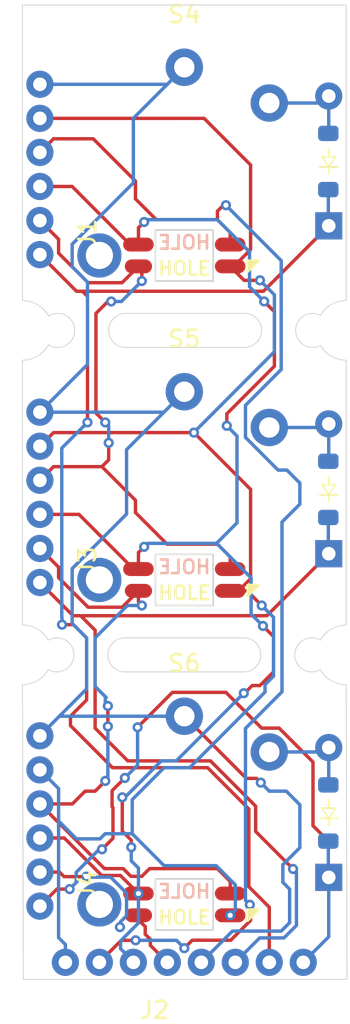
<source format=kicad_pcb>
(kicad_pcb (version 20241229) (generator "pcbnew") (generator_version "9.0")
  (layers (0 "F.Cu" signal) (2 "B.Cu" signal) (13 "F.Paste" user) (15 "B.Paste" user) (5 "F.SilkS" user "F.Silkscreen") (7 "B.SilkS" user "B.Silkscreen") (1 "F.Mask" user) (3 "B.Mask" user) (25 "Edge.Cuts" user))
  (net 0 "")
  (net 1 "Net-(D7-K)")
  (net 2 "Net-(D7-A)")
  (net 3 "Net-(D8-K)")
  (net 4 "Net-(D8-A)")
  (net 5 "Net-(D9-A)")
  (net 6 "Net-(D9-K)")
  (net 7 "Net-(D10-VSS)")
  (net 8 "Net-(D10-VDD)")
  (net 9 "Net-(D10-DOUT)")
  (net 10 "Net-(D10-DIN)")
  (net 11 "Net-(D11-DOUT)")
  (net 12 "Net-(D12-DOUT)")
  (net 13 "Net-(J1-Pad1)")
  (footprint "Library:6pin" (layer "F.Cu") (at 62.75 102.5 -90)
    (property "Reference" "J4")
    (property "Value" "JST_06" (hide yes))
  )
  (footprint "Library:DualDiode" (layer "F.Cu") (at 79.75 91.81 90)
    (property "Reference" "D8" (hide yes))
    (property "Value" "Diode" (hide yes))
  )
  (footprint "Library:SK6812Mini-E" (layer "F.Cu") (at 71.25 93.35)
    (property "Reference" "D11" (hide yes))
    (property "Value" "LED_SK6812MINI" (hide yes))
    (fp_line (start -1.7 -1.5) (end -1.7 1.5) (stroke (width 0.1)) (layer "Edge.Cuts"))
    (fp_line (start -1.7 -1.5) (end 1.7 -1.5) (stroke (width 0.1)) (layer "Edge.Cuts"))
    (fp_line (start -1.7 1.5) (end 1.7 1.5) (stroke (width 0.1)) (layer "Edge.Cuts"))
    (fp_line (start 1.7 1.5) (end 1.7 -1.5) (stroke (width 0.1)) (layer "Edge.Cuts"))
  )
  (footprint "Library:SK6812Mini-E" (layer "F.Cu") (at 71.25 112.4)
    (property "Reference" "D12" (hide yes))
    (property "Value" "LED_SK6812MINI" (hide yes))
    (fp_line (start -1.7 -1.5) (end -1.7 1.5) (stroke (width 0.1)) (layer "Edge.Cuts"))
    (fp_line (start -1.7 -1.5) (end 1.7 -1.5) (stroke (width 0.1)) (layer "Edge.Cuts"))
    (fp_line (start -1.7 1.5) (end 1.7 1.5) (stroke (width 0.1)) (layer "Edge.Cuts"))
    (fp_line (start 1.7 1.5) (end 1.7 -1.5) (stroke (width 0.1)) (layer "Edge.Cuts"))
  )
  (footprint "Library:6pin" (layer "F.Cu") (at 62.75 83.5 -90)
    (property "Reference" "J3")
    (property "Value" "JST_06" (hide yes))
  )
  (footprint "Library:Choc_V1V2_1.00u" (layer "F.Cu") (at 71.25 69.15)
    (property "Reference" "S4")
    (property "Value" "Keyswitch")
  )
  (footprint "Library:JST_EH_B8B-EH-A_1x08_P2.50mm_Vertical" (layer "F.Cu") (at 78.25 115.8 180)
    (property "Reference" "J2")
    (property "Value" "JST_08" (hide yes))
  )
  (footprint "Library:Choc_V1V2_1.00u" (layer "F.Cu") (at 71.25 88.2)
    (property "Reference" "S5")
    (property "Value" "Keyswitch")
  )
  (footprint "Library:6pin" (layer "F.Cu") (at 62.75 64.25 -90)
    (property "Reference" "J1")
    (property "Value" "JST_06" (hide yes))
  )
  (footprint "Library:DualDiode" (layer "F.Cu") (at 79.75 72.56 90)
    (property "Reference" "D7" (hide yes))
    (property "Value" "Diode" (hide yes))
  )
  (footprint "Library:Choc_V1V2_1.00u" (layer "F.Cu") (at 71.25 107.25)
    (property "Reference" "S6")
    (property "Value" "Keyswitch")
  )
  (footprint "Library:SK6812Mini-E" (layer "F.Cu") (at 71.25 74.3)
    (property "Reference" "D10" (hide yes))
    (property "Value" "LED_SK6812MINI" (hide yes))
    (fp_line (start -1.7 -1.5) (end -1.7 1.5) (stroke (width 0.1)) (layer "Edge.Cuts"))
    (fp_line (start -1.7 -1.5) (end 1.7 -1.5) (stroke (width 0.1)) (layer "Edge.Cuts"))
    (fp_line (start -1.7 1.5) (end 1.7 1.5) (stroke (width 0.1)) (layer "Edge.Cuts"))
    (fp_line (start 1.7 1.5) (end 1.7 -1.5) (stroke (width 0.1)) (layer "Edge.Cuts"))
  )
  (footprint "Library:DualDiode" (layer "F.Cu") (at 79.75 110.81 90)
    (property "Reference" "D9" (hide yes))
    (property "Value" "Diode" (hide yes))
  )
  (gr_poly (pts (xy 80.775 76.947787) (xy 80.745435 76.947288) (xy 80.627344 76.953277) (xy 80.509926 76.967225) (xy 80.393717 76.989067) (xy 80.279249 77.018705) (xy 80.167042 77.056003) (xy 80.05761 77.100791) (xy 79.95145 77.152865) (xy 79.849049 77.211987) (xy 79.750872 77.277887) (xy 79.657368 77.350264) (xy 79.568964 77.428789) (xy 79.486062 77.513102) (xy 79.409042 77.60282) (xy 79.338254 77.697533) (xy 79.274022 77.796809) (xy 79.264085 77.814711) (xy 79.234102 77.798577) (xy 79.151552 77.763293) (xy 79.066171 77.735551) (xy 78.978647 77.715575) (xy 78.889684 77.703524) (xy 78.8 77.699496) (xy 78.710316 77.703524) (xy 78.621353 77.715575) (xy 78.533829 77.735551) (xy 78.448448 77.763293) (xy 78.365898 77.798577) (xy 78.286842 77.841119) (xy 78.211919 77.890575) (xy 78.14173 77.946549) (xy 78.076841 78.008589) (xy 78.017774 78.076196) (xy 77.965006 78.148825) (xy 77.918961 78.225893) (xy 77.880009 78.306777) (xy 77.848464 78.390827) (xy 77.824581 78.477367) (xy 77.808551 78.565699) (xy 77.800503 78.655113) (xy 77.800503 78.744887) (xy 77.808551 78.834301) (xy 77.824581 78.922633) (xy 77.848464 79.009173) (xy 77.880009 79.093223) (xy 77.918961 79.174107) (xy 77.965006 79.251175) (xy 78.017774 79.323804) (xy 78.076841 79.391411) (xy 78.14173 79.453451) (xy 78.211919 79.509425) (xy 78.286842 79.558881) (xy 78.365898 79.601423) (xy 78.448448 79.636707) (xy 78.533829 79.664449) (xy 78.621353 79.684425) (xy 78.710316 79.696476) (xy 78.8 79.700504) (xy 78.889684 79.696476) (xy 78.978647 79.684425) (xy 79.066171 79.664449) (xy 79.151552 79.636707) (xy 79.234102 79.601423) (xy 79.266189 79.584155) (xy 79.274022 79.598267) (xy 79.338254 79.697543) (xy 79.409042 79.792256) (xy 79.486062 79.881974) (xy 79.568964 79.966287) (xy 79.657368 80.044812) (xy 79.750872 80.117189) (xy 79.849049 80.183089) (xy 79.95145 80.242211) (xy 80.05761 80.294285) (xy 80.167042 80.339073) (xy 80.279249 80.376371) (xy 80.393717 80.406009) (xy 80.509926 80.427851) (xy 80.627344 80.441799) (xy 80.745435 80.447788) (xy 80.775 80.447288) (xy 80.775 95.997787) (xy 80.745435 95.997288) (xy 80.627344 96.003277) (xy 80.509926 96.017225) (xy 80.393717 96.039067) (xy 80.279249 96.068705) (xy 80.167042 96.106003) (xy 80.05761 96.150791) (xy 79.95145 96.202865) (xy 79.849049 96.261987) (xy 79.750872 96.327887) (xy 79.657368 96.400264) (xy 79.568964 96.478789) (xy 79.486062 96.563102) (xy 79.409042 96.65282) (xy 79.338254 96.747533) (xy 79.274022 96.846809) (xy 79.252585 96.885429) (xy 79.184102 96.848577) (xy 79.101552 96.813293) (xy 79.016171 96.785551) (xy 78.928647 96.765575) (xy 78.839684 96.753524) (xy 78.75 96.749496) (xy 78.660316 96.753524) (xy 78.571353 96.765575) (xy 78.483829 96.785551) (xy 78.398448 96.813293) (xy 78.315898 96.848577) (xy 78.236842 96.891119) (xy 78.161919 96.940575) (xy 78.09173 96.996549) (xy 78.026841 97.058589) (xy 77.967774 97.126196) (xy 77.915006 97.198825) (xy 77.868961 97.275893) (xy 77.830009 97.356777) (xy 77.798464 97.440827) (xy 77.774581 97.527367) (xy 77.758551 97.615699) (xy 77.750503 97.705113) (xy 77.750503 97.794887) (xy 77.758551 97.884301) (xy 77.774581 97.972633) (xy 77.798464 98.059173) (xy 77.830009 98.143223) (xy 77.868961 98.224107) (xy 77.915006 98.301175) (xy 77.967774 98.373804) (xy 78.026841 98.441411) (xy 78.09173 98.503451) (xy 78.161919 98.559425) (xy 78.236842 98.608881) (xy 78.315898 98.651423) (xy 78.398448 98.686707) (xy 78.483829 98.714449) (xy 78.571353 98.734425) (xy 78.660316 98.746476) (xy 78.75 98.750504) (xy 78.839684 98.746476) (xy 78.928647 98.734425) (xy 79.016171 98.714449) (xy 79.101552 98.686707) (xy 79.184102 98.651423) (xy 79.25469 98.613437) (xy 79.274022 98.648267) (xy 79.338254 98.747543) (xy 79.409042 98.842256) (xy 79.486062 98.931974) (xy 79.568964 99.016287) (xy 79.657368 99.094812) (xy 79.750872 99.167189) (xy 79.849049 99.233089) (xy 79.95145 99.292211) (xy 80.05761 99.344285) (xy 80.167042 99.389073) (xy 80.279249 99.426371) (xy 80.393717 99.456009) (xy 80.509926 99.477851) (xy 80.627344 99.491799) (xy 80.745435 99.497788) (xy 80.775 99.497288) (xy 80.825 116.797538) (xy 61.775 116.797538) (xy 61.725 99.497288) (xy 61.813661 99.495791) (xy 61.931483 99.485817) (xy 62.048363 99.467911) (xy 62.163767 99.442157) (xy 62.277169 99.408669) (xy 62.388052 99.367603) (xy 62.49591 99.319144) (xy 62.60025 99.263515) (xy 62.700596 99.200969) (xy 62.796491 99.131791) (xy 62.887497 99.056296) (xy 62.973199 98.974831) (xy 63.053206 98.887765) (xy 63.127152 98.795497) (xy 63.194701 98.698447) (xy 63.245616 98.613601) (xy 63.315899 98.651422) (xy 63.39845 98.686706) (xy 63.483831 98.714448) (xy 63.571354 98.734425) (xy 63.660317 98.746475) (xy 63.750001 98.750503) (xy 63.839685 98.746475) (xy 63.928648 98.734425) (xy 64.016171 98.714448) (xy 64.101552 98.686706) (xy 64.184103 98.651422) (xy 64.263158 98.608881) (xy 64.338081 98.559424) (xy 64.40827 98.503451) (xy 64.473159 98.441411) (xy 64.532225 98.373804) (xy 64.584993 98.301175) (xy 64.631039 98.224108) (xy 64.66999 98.143223) (xy 64.701535 98.059173) (xy 64.725418 97.972634) (xy 64.741448 97.884302) (xy 64.749496 97.794888) (xy 64.749999 97.750001) (xy 64.749496 97.705114) (xy 64.741448 97.6157) (xy 64.725418 97.527368) (xy 64.701535 97.440829) (xy 64.66999 97.356779) (xy 64.631039 97.275894) (xy 64.584993 97.198827) (xy 64.532225 97.126198) (xy 64.473159 97.058591) (xy 64.40827 96.996551) (xy 64.338081 96.940578) (xy 64.263158 96.891121) (xy 64.184103 96.84858) (xy 64.101552 96.813296) (xy 64.016171 96.785554) (xy 63.928648 96.765577) (xy 63.839685 96.753527) (xy 63.750001 96.749499) (xy 63.660317 96.753527) (xy 63.571354 96.765577) (xy 63.483831 96.785554) (xy 63.39845 96.813296) (xy 63.315899 96.84858) (xy 63.24785 96.885198) (xy 63.194701 96.796629) (xy 63.127152 96.699579) (xy 63.053206 96.607311) (xy 62.973199 96.520245) (xy 62.887497 96.43878) (xy 62.796491 96.363285) (xy 62.700596 96.294107) (xy 62.60025 96.231561) (xy 62.49591 96.175932) (xy 62.388052 96.127473) (xy 62.277169 96.086407) (xy 62.163767 96.052919) (xy 62.048363 96.027165) (xy 61.931483 96.009259) (xy 61.813661 95.999285) (xy 61.725 95.997787) (xy 61.725 80.447288) (xy 61.813661 80.445791) (xy 61.931483 80.435817) (xy 62.048363 80.417911) (xy 62.163767 80.392157) (xy 62.277169 80.358669) (xy 62.388052 80.317603) (xy 62.49591 80.269144) (xy 62.60025 80.213515) (xy 62.700596 80.150969) (xy 62.796491 80.081791) (xy 62.887497 80.006296) (xy 62.973199 79.924831) (xy 63.053206 79.837765) (xy 63.127152 79.745497) (xy 63.194701 79.648447) (xy 63.255543 79.547059) (xy 63.258924 79.54045) (xy 63.286844 79.558881) (xy 63.365899 79.601422) (xy 63.44845 79.636706) (xy 63.533831 79.664448) (xy 63.621354 79.684425) (xy 63.710317 79.696475) (xy 63.800001 79.700503) (xy 63.889685 79.696475) (xy 63.978648 79.684425) (xy 64.066171 79.664448) (xy 64.151552 79.636706) (xy 64.234103 79.601422) (xy 64.313158 79.558881) (xy 64.388081 79.509424) (xy 64.45827 79.453451) (xy 64.523159 79.391411) (xy 64.582225 79.323804) (xy 64.634993 79.251175) (xy 64.681039 79.174108) (xy 64.71999 79.093223) (xy 64.751535 79.009173) (xy 64.775418 78.922634) (xy 64.791448 78.834302) (xy 64.799496 78.744888) (xy 64.799999 78.700001) (xy 64.799496 78.655114) (xy 64.791448 78.5657) (xy 64.775418 78.477368) (xy 64.751535 78.390829) (xy 64.71999 78.306779) (xy 64.681039 78.225894) (xy 64.634993 78.148827) (xy 64.582225 78.076198) (xy 64.523159 78.008591) (xy 64.45827 77.946551) (xy 64.388081 77.890578) (xy 64.313158 77.841121) (xy 64.234103 77.79858) (xy 64.151552 77.763296) (xy 64.066171 77.735554) (xy 63.978648 77.715577) (xy 63.889685 77.703527) (xy 63.800001 77.699499) (xy 63.710317 77.703527) (xy 63.621354 77.715577) (xy 63.533831 77.735554) (xy 63.44845 77.763296) (xy 63.365899 77.79858) (xy 63.286844 77.841121) (xy 63.260808 77.858307) (xy 63.255543 77.848017) (xy 63.194701 77.746629) (xy 63.127152 77.649579) (xy 63.053206 77.557311) (xy 62.973199 77.470245) (xy 62.887497 77.38878) (xy 62.796491 77.313285) (xy 62.700596 77.244107) (xy 62.60025 77.181561) (xy 62.49591 77.125932) (xy 62.388052 77.077473) (xy 62.277169 77.036407) (xy 62.163767 77.002919) (xy 62.048363 76.977165) (xy 61.931483 76.959259) (xy 61.813661 76.949285) (xy 61.725 76.947787) (xy 61.725 59.597538) (xy 80.775 59.597538)) (stroke (width 0.05)) (fill no) (layer "Edge.Cuts"))
  (gr_poly (pts (xy 67.761266 96.750002) (xy 74.738779 96.750002) (xy 74.750001 96.749498) (xy 74.839685 96.753526) (xy 74.928648 96.765576) (xy 75.016172 96.785553) (xy 75.101553 96.813295) (xy 75.184103 96.848579) (xy 75.263158 96.89112) (xy 75.338082 96.940577) (xy 75.408271 96.996551) (xy 75.473159 97.058591) (xy 75.532226 97.126198) (xy 75.584994 97.198827) (xy 75.631039 97.275894) (xy 75.669991 97.356778) (xy 75.701536 97.440829) (xy 75.725419 97.527368) (xy 75.741449 97.6157) (xy 75.749497 97.705114) (xy 75.75 97.750001) (xy 75.749497 97.794888) (xy 75.741449 97.884302) (xy 75.725419 97.972634) (xy 75.701536 98.059173) (xy 75.669991 98.143224) (xy 75.631039 98.224108) (xy 75.584994 98.301175) (xy 75.532226 98.373804) (xy 75.473159 98.441411) (xy 75.408271 98.503451) (xy 75.338082 98.559425) (xy 75.263158 98.608882) (xy 75.184103 98.651423) (xy 75.101553 98.686707) (xy 75.016172 98.714449) (xy 74.928648 98.734426) (xy 74.839685 98.746476) (xy 74.750001 98.750504) (xy 74.738779 98.75) (xy 67.761222 98.75) (xy 67.75 98.750504) (xy 67.660316 98.746476) (xy 67.571353 98.734425) (xy 67.483829 98.714449) (xy 67.398448 98.686707) (xy 67.315898 98.651423) (xy 67.236842 98.608881) (xy 67.161919 98.559425) (xy 67.09173 98.503451) (xy 67.026841 98.441411) (xy 66.967774 98.373804) (xy 66.915006 98.301175) (xy 66.868961 98.224107) (xy 66.830009 98.143223) (xy 66.798464 98.059173) (xy 66.774581 97.972633) (xy 66.758551 97.884301) (xy 66.750503 97.794887) (xy 66.750503 97.705113) (xy 66.758551 97.615699) (xy 66.774581 97.527367) (xy 66.798464 97.440827) (xy 66.830009 97.356777) (xy 66.868961 97.275893) (xy 66.915006 97.198825) (xy 66.967774 97.126196) (xy 67.026841 97.058589) (xy 67.09173 96.996549) (xy 67.161919 96.940575) (xy 67.236842 96.891119) (xy 67.315898 96.848577) (xy 67.398448 96.813293) (xy 67.483829 96.785551) (xy 67.571353 96.765575) (xy 67.660316 96.753524) (xy 67.75 96.749496)) (stroke (width 0.05)) (fill no) (layer "Edge.Cuts"))
  (gr_poly (pts (xy 67.811222 77.7) (xy 74.788824 77.7) (xy 74.800001 77.699498) (xy 74.889685 77.703526) (xy 74.978648 77.715576) (xy 75.066172 77.735553) (xy 75.151553 77.763295) (xy 75.234103 77.798579) (xy 75.313158 77.84112) (xy 75.388082 77.890577) (xy 75.458271 77.946551) (xy 75.523159 78.008591) (xy 75.582226 78.076198) (xy 75.634994 78.148827) (xy 75.681039 78.225894) (xy 75.719991 78.306778) (xy 75.751536 78.390829) (xy 75.775419 78.477368) (xy 75.791449 78.5657) (xy 75.799497 78.655114) (xy 75.8 78.700001) (xy 75.799497 78.744888) (xy 75.791449 78.834302) (xy 75.775419 78.922634) (xy 75.751536 79.009173) (xy 75.719991 79.093224) (xy 75.681039 79.174108) (xy 75.634994 79.251175) (xy 75.582226 79.323804) (xy 75.523159 79.391411) (xy 75.458271 79.453451) (xy 75.388082 79.509425) (xy 75.313158 79.558882) (xy 75.234103 79.601423) (xy 75.151553 79.636707) (xy 75.066172 79.664449) (xy 74.978648 79.684426) (xy 74.889685 79.696476) (xy 74.800001 79.700504) (xy 74.788779 79.7) (xy 67.811222 79.7) (xy 67.8 79.700504) (xy 67.710316 79.696476) (xy 67.621353 79.684425) (xy 67.533829 79.664449) (xy 67.448448 79.636707) (xy 67.365898 79.601423) (xy 67.286842 79.558881) (xy 67.211919 79.509425) (xy 67.14173 79.453451) (xy 67.076841 79.391411) (xy 67.017774 79.323804) (xy 66.965006 79.251175) (xy 66.918961 79.174107) (xy 66.880009 79.093223) (xy 66.848464 79.009173) (xy 66.824581 78.922633) (xy 66.808551 78.834301) (xy 66.800503 78.744887) (xy 66.800503 78.655113) (xy 66.808551 78.565699) (xy 66.824581 78.477367) (xy 66.848464 78.390827) (xy 66.880009 78.306777) (xy 66.918961 78.225893) (xy 66.965006 78.148825) (xy 67.017774 78.076196) (xy 67.076841 78.008589) (xy 67.14173 77.946549) (xy 67.211919 77.890575) (xy 67.286842 77.841119) (xy 67.365898 77.798577) (xy 67.448448 77.763293) (xy 67.533829 77.735551) (xy 67.621353 77.715575) (xy 67.710316 77.703524) (xy 67.8 77.699496)) (stroke (width 0.05)) (fill no) (layer "Edge.Cuts"))
  (segment (start 65.551 76.702) (end 65.551 81.599) (width 0.2) (layer "F.Cu") (net 1))
  (segment (start 76.25 112.564494) (end 76.25 115.8) (width 0.2) (layer "F.Cu") (net 1))
  (segment (start 75.909 76.401) (end 79.75 72.56) (width 0.2) (layer "F.Cu") (net 1))
  (segment (start 65.551 81.599) (end 65.551 84.099) (width 0.2) (layer "F.Cu") (net 1))
  (segment (start 65.25 76.401) (end 65.551 76.702) (width 0.2) (layer "F.Cu") (net 1))
  (segment (start 65.501 100.399) (end 64.55 101.35) (width 0.2) (layer "F.Cu") (net 1))
  (segment (start 75.048 111.362494) (end 76.25 112.564494) (width 0.2) (layer "F.Cu") (net 1))
  (segment (start 64.725381 95.975439) (end 65.501 96.751058) (width 0.2) (layer "F.Cu") (net 1))
  (segment (start 64.053881 95.975439) (end 64.725381 95.975439) (width 0.2) (layer "F.Cu") (net 1))
  (segment (start 65.25 76.401) (end 75.909 76.401) (width 0.2) (layer "F.Cu") (net 1))
  (segment (start 67.024 104.374) (end 72.624 104.374) (width 0.2) (layer "F.Cu") (net 1))
  (segment (start 64.901 76.401) (end 65.25 76.401) (width 0.2) (layer "F.Cu") (net 1))
  (segment (start 65.501 96.751058) (end 65.501 100.399) (width 0.2) (layer "F.Cu") (net 1))
  (segment (start 65.551 84.099) (end 65.55 84.1) (width 0.2) (layer "F.Cu") (net 1))
  (segment (start 75.048 106.798) (end 75.048 111.362494) (width 0.2) (layer "F.Cu") (net 1))
  (segment (start 64.55 101.9) (end 67.024 104.374) (width 0.2) (layer "F.Cu") (net 1))
  (segment (start 62.75 74.25) (end 64.901 76.401) (width 0.2) (layer "F.Cu") (net 1))
  (segment (start 72.624 104.374) (end 75.048 106.798) (width 0.2) (layer "F.Cu") (net 1))
  (segment (start 64.55 101.35) (end 64.55 101.9) (width 0.2) (layer "F.Cu") (net 1))
  (via (at 64.053881 95.975439) (size 0.6) (drill 0.3) (layers "F.Cu" "B.Cu") (net 1))
  (via (at 65.55 84.1) (size 0.6) (drill 0.3) (layers "F.Cu" "B.Cu") (net 1))
  (segment (start 64.038394 95.561606) (end 64.053881 95.577093) (width 0.2) (layer "B.Cu") (net 1))
  (segment (start 64.053881 95.577093) (end 64.053881 95.975439) (width 0.2) (layer "B.Cu") (net 1))
  (segment (start 64.038394 85.611606) (end 64.038394 95.561606) (width 0.2) (layer "B.Cu") (net 1))
  (segment (start 65.55 84.1) (end 64.038394 85.611606) (width 0.2) (layer "B.Cu") (net 1))
  (segment (start 79.723836 72.533836) (end 79.75 72.56) (width 0.2) (layer "B.Cu") (net 1))
  (segment (start 79.723836 70.432536) (end 79.723836 72.533836) (width 0.2) (layer "B.Cu") (net 1))
  (segment (start 79.75 67.106372) (end 79.723836 67.132536) (width 0.2) (layer "B.Cu") (net 2))
  (segment (start 79.34 65.35) (end 79.75 64.94) (width 0.2) (layer "B.Cu") (net 2))
  (segment (start 79.75 64.94) (end 79.75 67.106372) (width 0.2) (layer "B.Cu") (net 2))
  (segment (start 76.25 65.35) (end 79.34 65.35) (width 0.2) (layer "B.Cu") (net 2))
  (segment (start 65.15 95.451) (end 76.109 95.451) (width 0.2) (layer "F.Cu") (net 3))
  (segment (start 62.75 93.5) (end 64.701 95.451) (width 0.2) (layer "F.Cu") (net 3))
  (segment (start 64.701 95.451) (end 65.15 95.451) (width 0.2) (layer "F.Cu") (net 3))
  (segment (start 67.923057 103.973) (end 72.7901 103.973) (width 0.2) (layer "F.Cu") (net 3))
  (segment (start 66 102.049943) (end 67.923057 103.973) (width 0.2) (layer "F.Cu") (net 3))
  (segment (start 66 96.301) (end 66 102.049943) (width 0.2) (layer "F.Cu") (net 3))
  (segment (start 75.449 106.6319) (end 75.449 108.118206) (width 0.2) (layer "F.Cu") (net 3))
  (segment (start 65.15 95.451) (end 66 96.301) (width 0.2) (layer "F.Cu") (net 3))
  (segment (start 76.109 95.451) (end 79.75 91.81) (width 0.2) (layer "F.Cu") (net 3))
  (segment (start 72.7901 103.973) (end 75.449 106.6319) (width 0.2) (layer "F.Cu") (net 3))
  (segment (start 75.449 108.118206) (end 77.65 110.319206) (width 0.2) (layer "F.Cu") (net 3))
  (via (at 77.65 110.319206) (size 0.6) (drill 0.3) (layers "F.Cu" "B.Cu") (net 3))
  (segment (start 79.723836 91.783836) (end 79.75 91.81) (width 0.2) (layer "B.Cu") (net 3))
  (segment (start 77.830794 110.5) (end 77.65 110.319206) (width 0.2) (layer "B.Cu") (net 3))
  (segment (start 77.849 113.6339) (end 77.849 110.5) (width 0.2) (layer "B.Cu") (net 3))
  (segment (start 79.723836 89.682536) (end 79.723836 91.783836) (width 0.2) (layer "B.Cu") (net 3))
  (segment (start 75.68355 114.36645) (end 77.11645 114.36645) (width 0.2) (layer "B.Cu") (net 3))
  (segment (start 77.849 110.5) (end 77.830794 110.5) (width 0.2) (layer "B.Cu") (net 3))
  (segment (start 74.25 115.8) (end 75.68355 114.36645) (width 0.2) (layer "B.Cu") (net 3))
  (segment (start 77.11645 114.36645) (end 77.849 113.6339) (width 0.2) (layer "B.Cu") (net 3))
  (segment (start 76.25 84.4) (end 79.54 84.4) (width 0.2) (layer "B.Cu") (net 4))
  (segment (start 79.75 86.356372) (end 79.723836 86.382536) (width 0.2) (layer "B.Cu") (net 4))
  (segment (start 79.54 84.4) (end 79.75 84.19) (width 0.2) (layer "B.Cu") (net 4))
  (segment (start 79.75 84.19) (end 79.75 86.356372) (width 0.2) (layer "B.Cu") (net 4))
  (segment (start 79.49 103.45) (end 79.75 103.19) (width 0.2) (layer "B.Cu") (net 5))
  (segment (start 76.25 103.45) (end 79.49 103.45) (width 0.2) (layer "B.Cu") (net 5))
  (segment (start 79.75 105.356372) (end 79.723836 105.382536) (width 0.2) (layer "B.Cu") (net 5))
  (segment (start 79.75 103.19) (end 79.75 105.356372) (width 0.2) (layer "B.Cu") (net 5))
  (segment (start 68.5 102) (end 70.551 99.949) (width 0.2) (layer "F.Cu") (net 6))
  (segment (start 73.699 99.949) (end 75.799 102.049) (width 0.2) (layer "F.Cu") (net 6))
  (segment (start 78.822836 107.781536) (end 79.723836 108.682536) (width 0.2) (layer "F.Cu") (net 6))
  (segment (start 67.051 108.518256) (end 67.051 106.711108) (width 0.2) (layer "F.Cu") (net 6))
  (segment (start 67.051 106.711108) (end 66.997858 106.657966) (width 0.2) (layer "F.Cu") (net 6))
  (segment (start 66.997858 105.726142) (end 67.75 104.974) (width 0.2) (layer "F.Cu") (net 6))
  (segment (start 66.997858 106.657966) (end 66.997858 105.726142) (width 0.2) (layer "F.Cu") (net 6))
  (segment (start 62.75 112.5) (end 63.75 111.5) (width 0.2) (layer "F.Cu") (net 6))
  (segment (start 76.830314 102.049) (end 78.822836 104.041522) (width 0.2) (layer "F.Cu") (net 6))
  (segment (start 78.822836 104.041522) (end 78.822836 107.781536) (width 0.2) (layer "F.Cu") (net 6))
  (segment (start 63.75 111.5) (end 64.5 111.5) (width 0.2) (layer "F.Cu") (net 6))
  (segment (start 70.551 99.949) (end 73.699 99.949) (width 0.2) (layer "F.Cu") (net 6))
  (segment (start 66.404771 109.164485) (end 67.051 108.518256) (width 0.2) (layer "F.Cu") (net 6))
  (segment (start 75.799 102.049) (end 76.830314 102.049) (width 0.2) (layer "F.Cu") (net 6))
  (via (at 64.5 111.5) (size 0.6) (drill 0.3) (layers "F.Cu" "B.Cu") (net 6))
  (via (at 68.5 102) (size 0.6) (drill 0.3) (layers "F.Cu" "B.Cu") (net 6))
  (via (at 66.404771 109.164485) (size 0.6) (drill 0.3) (layers "F.Cu" "B.Cu") (net 6))
  (via (at 67.75 104.974) (size 0.6) (drill 0.3) (layers "F.Cu" "B.Cu") (net 6))
  (segment (start 64.885409 111.018932) (end 64.933238 111.066762) (width 0.2) (layer "B.Cu") (net 6))
  (segment (start 64.885409 110.521046) (end 66.24197 109.164485) (width 0.2) (layer "B.Cu") (net 6))
  (segment (start 79.723836 110.783836) (end 79.75 110.81) (width 0.2) (layer "B.Cu") (net 6))
  (segment (start 78.25 115.8) (end 79.75 114.3) (width 0.2) (layer "B.Cu") (net 6))
  (segment (start 79.723836 108.682536) (end 79.723836 110.783836) (width 0.2) (layer "B.Cu") (net 6))
  (segment (start 66.24197 109.164485) (end 66.404771 109.164485) (width 0.2) (layer "B.Cu") (net 6))
  (segment (start 64.885409 110.521046) (end 64.885409 111.018932) (width 0.2) (layer "B.Cu") (net 6))
  (segment (start 64.933238 111.066762) (end 64.5 111.5) (width 0.2) (layer "B.Cu") (net 6))
  (segment (start 67.75 104.974) (end 68.5 104.224) (width 0.2) (layer "B.Cu") (net 6))
  (segment (start 79.75 114.3) (end 79.75 110.81) (width 0.2) (layer "B.Cu") (net 6))
  (segment (start 68.5 104.224) (end 68.5 102) (width 0.2) (layer "B.Cu") (net 6))
  (segment (start 73.95 74.94) (end 74.769785 75.759785) (width 0.2) (layer "F.Cu") (net 7))
  (segment (start 62.75 85.5) (end 63.549999 84.700001) (width 0.2) (layer "F.Cu") (net 7))
  (segment (start 74.769785 75.759785) (end 75.701685 75.759785) (width 0.2) (layer "F.Cu") (net 7))
  (segment (start 64.25 115) (end 64.25 115.8) (width 0.2) (layer "F.Cu") (net 7))
  (segment (start 74.165506 74.94) (end 75.151 73.954506) (width 0.2) (layer "F.Cu") (net 7))
  (segment (start 72.417278 66.25) (end 62.75 66.25) (width 0.2) (layer "F.Cu") (net 7))
  (segment (start 75.151 93.279) (end 74.44 93.99) (width 0.2) (layer "F.Cu") (net 7))
  (segment (start 75.151 73.954506) (end 75.151 68.983722) (width 0.2) (layer "F.Cu") (net 7))
  (segment (start 63.549999 84.700001) (end 71.817279 84.700001) (width 0.2) (layer "F.Cu") (net 7))
  (segment (start 74.944735 93.99) (end 75.805735 94.851) (width 0.2) (layer "F.Cu") (net 7))
  (segment (start 73.95 93.99) (end 74.944735 93.99) (width 0.2) (layer "F.Cu") (net 7))
  (segment (start 75.151 68.983722) (end 72.417278 66.25) (width 0.2) (layer "F.Cu") (net 7))
  (segment (start 71.817279 84.700001) (end 75.151 88.033722) (width 0.2) (layer "F.Cu") (net 7))
  (segment (start 74.44 93.99) (end 73.95 93.99) (width 0.2) (layer "F.Cu") (net 7))
  (segment (start 75.151 88.033722) (end 75.151 93.279) (width 0.2) (layer "F.Cu") (net 7))
  (segment (start 73.95 74.94) (end 74.165506 74.94) (width 0.2) (layer "F.Cu") (net 7))
  (via (at 75.701685 75.759785) (size 0.6) (drill 0.3) (layers "F.Cu" "B.Cu") (net 7))
  (via (at 71.817279 84.700001) (size 0.6) (drill 0.3) (layers "F.Cu" "B.Cu") (net 7))
  (via (at 73.95 113.04) (size 0.6) (drill 0.3) (layers "F.Cu" "B.Cu") (net 7))
  (via (at 75.805735 94.851) (size 0.6) (drill 0.3) (layers "F.Cu" "B.Cu") (net 7))
  (segment (start 64.902 108.551) (end 66.288892 108.551) (width 0.2) (layer "B.Cu") (net 7))
  (segment (start 74 111.000058) (end 74.25 111.250058) (width 0.2) (layer "B.Cu") (net 7))
  (segment (start 63.851 107.25) (end 63.851 114.351) (width 0.2) (layer "B.Cu") (net 7))
  (segment (start 66.589892 108.25) (end 68.182722 108.25) (width 0.2) (layer "B.Cu") (net 7))
  (segment (start 64.25 114.75) (end 64.25 115.8) (width 0.2) (layer "B.Cu") (net 7))
  (segment (start 75.805735 94.851) (end 76.501 95.546265) (width 0.2) (layer "B.Cu") (net 7))
  (segment (start 71.557374 104.374) (end 70.058722 104.374) (width 0.2) (layer "B.Cu") (net 7))
  (segment (start 76.55 79.699942) (end 76.55 79.95) (width 0.2) (layer "B.Cu") (net 7))
  (segment (start 70.058722 104.374) (end 68.182722 106.25) (width 0.2) (layer "B.Cu") (net 7))
  (segment (start 68.182722 108.25) (end 68.682722 108.75) (width 0.2) (layer "B.Cu") (net 7))
  (segment (start 66.288892 108.551) (end 66.589892 108.25) (width 0.2) (layer "B.Cu") (net 7))
  (segment (start 74 111) (end 74 111.000058) (width 0.2) (layer "B.Cu") (net 7))
  (segment (start 64 115.55) (end 64.25 115.8) (width 0.2) (layer "B.Cu") (net 7))
  (segment (start 62.75 104.5) (end 63.851 105.601) (width 0.2) (layer "B.Cu") (net 7))
  (segment (start 63.851 107.5) (end 64.902 108.551) (width 0.2) (layer "B.Cu") (net 7))
  (segment (start 73.126 110.126) (end 74 111) (width 0.2) (layer "B.Cu") (net 7))
  (segment (start 70.058722 110.126) (end 73.126 110.126) (width 0.2) (layer "B.Cu") (net 7))
  (segment (start 68.182722 106.25) (end 68.182722 108.25) (width 0.2) (layer "B.Cu") (net 7))
  (segment (start 71.817279 84.682721) (end 76.55 79.95) (width 0.2) (layer "B.Cu") (net 7))
  (segment (start 76.551 76.6091) (end 76.551 79.698942) (width 0.2) (layer "B.Cu") (net 7))
  (segment (start 63.851 105.601) (end 63.851 107.25) (width 0.2) (layer "B.Cu") (net 7))
  (segment (start 76 99.5) (end 76 99.931374) (width 0.2) (layer "B.Cu") (net 7))
  (segment (start 76.551 79.698942) (end 76.55 79.699942) (width 0.2) (layer "B.Cu") (net 7))
  (segment (start 76.501 95.546265) (end 76.501 98.999) (width 0.2) (layer "B.Cu") (net 7))
  (segment (start 63.851 107.25) (end 63.851 107.5) (width 0.2) (layer "B.Cu") (net 7))
  (segment (start 71.817279 84.700001) (end 71.817279 84.682721) (width 0.2) (layer "B.Cu") (net 7))
  (segment (start 63.851 114.351) (end 64.25 114.75) (width 0.2) (layer "B.Cu") (net 7))
  (segment (start 74.25 111.250058) (end 74.25 112.74) (width 0.2) (layer "B.Cu") (net 7))
  (segment (start 76 99.931374) (end 71.557374 104.374) (width 0.2) (layer "B.Cu") (net 7))
  (segment (start 68.682722 108.75) (end 70.058722 110.126) (width 0.2) (layer "B.Cu") (net 7))
  (segment (start 74.25 112.74) (end 73.95 113.04) (width 0.2) (layer "B.Cu") (net 7))
  (segment (start 75.701685 75.759785) (end 76.551 76.6091) (width 0.2) (layer "B.Cu") (net 7))
  (segment (start 76.501 98.999) (end 76 99.5) (width 0.2) (layer "B.Cu") (net 7))
  (segment (start 68.55 72.67196) (end 68.886715 72.335245) (width 0.2) (layer "F.Cu") (net 8))
  (segment (start 68.55 91.740599) (end 68.884359 91.40624) (width 0.2) (layer "F.Cu") (net 8))
  (segment (start 62.75 70.25) (end 64.65 70.25) (width 0.2) (layer "F.Cu") (net 8))
  (segment (start 66.3829 110.7) (end 67.49 110.7) (width 0.2) (layer "F.Cu") (net 8))
  (segment (start 64.65 70.25) (end 68.06 73.66) (width 0.2) (layer "F.Cu") (net 8))
  (segment (start 76.551 80.799) (end 75.9 81.45) (width 0.2) (layer "F.Cu") (net 8))
  (segment (start 75.9 81.45) (end 73.75 83.6) (width 0.2) (layer "F.Cu") (net 8))
  (segment (start 68.55 92.71) (end 68.55 91.740599) (width 0.2) (layer "F.Cu") (net 8))
  (segment (start 75.699942 99.55) (end 76.501 98.748942) (width 0.2) (layer "F.Cu") (net 8))
  (segment (start 67.49 110.7) (end 68.55 111.76) (width 0.2) (layer "F.Cu") (net 8))
  (segment (start 76.551 77.599529) (end 76.551 80.799) (width 0.2) (layer "F.Cu") (net 8))
  (segment (start 76.501 98.748942) (end 76.501 96.673848) (width 0.2) (layer "F.Cu") (net 8))
  (segment (start 68.55 92.71) (end 68.26 92.71) (width 0.2) (layer "F.Cu") (net 8))
  (segment (start 68.06 73.66) (end 68.55 73.66) (width 0.2) (layer "F.Cu") (net 8))
  (segment (start 74.8 100) (end 74.75 100) (width 0.2) (layer "F.Cu") (net 8))
  (segment (start 73.75 83.6) (end 73.75 84.3) (width 0.2) (layer "F.Cu") (net 8))
  (segment (start 76.501 96.673848) (end 75.878152 96.051) (width 0.2) (layer "F.Cu") (net 8))
  (segment (start 75.951 76.999529) (end 76.551 77.599529) (width 0.2) (layer "F.Cu") (net 8))
  (segment (start 64.1829 108.5) (end 66.3829 110.7) (width 0.2) (layer "F.Cu") (net 8))
  (segment (start 68.12611 108.62611) (end 67.598858 108.098858) (width 0.2) (layer "F.Cu") (net 8))
  (segment (start 62.75 108.5) (end 64.1829 108.5) (width 0.2) (layer "F.Cu") (net 8))
  (segment (start 68.12611 109.041918) (end 68.12611 108.62611) (width 0.2) (layer "F.Cu") (net 8))
  (segment (start 65.05 89.5) (end 62.75 89.5) (width 0.2) (layer "F.Cu") (net 8))
  (segment (start 68.26 92.71) (end 65.05 89.5) (width 0.2) (layer "F.Cu") (net 8))
  (segment (start 74.9 99.9) (end 74.8 100) (width 0.2) (layer "F.Cu") (net 8))
  (segment (start 68.55 73.66) (end 68.55 72.67196) (width 0.2) (layer "F.Cu") (net 8))
  (segment (start 75.25 99.55) (end 75.699942 99.55) (width 0.2) (layer "F.Cu") (net 8))
  (segment (start 67.598858 108.098858) (end 67.598858 106.111785) (width 0.2) (layer "F.Cu") (net 8))
  (segment (start 74.9 99.9) (end 75.25 99.55) (width 0.2) (layer "F.Cu") (net 8))
  (via (at 68.12611 109.041918) (size 0.6) (drill 0.3) (layers "F.Cu" "B.Cu") (net 8))
  (via (at 75.951 76.999529) (size 0.6) (drill 0.3) (layers "F.Cu" "B.Cu") (net 8))
  (via (at 73.75 84.3) (size 0.6) (drill 0.3) (layers "F.Cu" "B.Cu") (net 8))
  (via (at 74.75 100) (size 0.6) (drill 0.3) (layers "F.Cu" "B.Cu") (net 8))
  (via (at 75.878152 96.051) (size 0.6) (drill 0.3) (layers "F.Cu" "B.Cu") (net 8))
  (via (at 68.886715 72.335245) (size 0.6) (drill 0.3) (layers "F.Cu" "B.Cu") (net 8))
  (via (at 68.884359 91.40624) (size 0.6) (drill 0.3) (layers "F.Cu" "B.Cu") (net 8))
  (via (at 67.598858 106.111785) (size 0.6) (drill 0.3) (layers "F.Cu" "B.Cu") (net 8))
  (via (at 68.55 111.76) (size 0.6) (drill 0.3) (layers "F.Cu" "B.Cu") (net 8))
  (segment (start 74.35 89.999942) (end 73.149942 91.2) (width 0.2) (layer "B.Cu") (net 8))
  (segment (start 68.12611 109.839972) (end 68.55 110.263862) (width 0.2) (layer "B.Cu") (net 8))
  (segment (start 67.5 114.54265) (end 68.55 113.49265) (width 0.2) (layer "B.Cu") (net 8))
  (segment (start 75.088393 76.136922) (end 75.951 76.999529) (width 0.2) (layer "B.Cu") (net 8))
  (segment (start 74.35 84.9) (end 74.35 89.999942) (width 0.2) (layer "B.Cu") (net 8))
  (segment (start 68.25 115.75) (end 67.5 115) (width 0.2) (layer "B.Cu") (net 8))
  (segment (start 68.25 115.8) (end 68.55 115.5) (width 0.2) (layer "B.Cu") (net 8))
  (segment (start 69.090599 91.2) (end 73.149942 91.2) (width 0.2) (layer "B.Cu") (net 8))
  (segment (start 68.884359 91.40624) (end 69.090599 91.2) (width 0.2) (layer "B.Cu") (net 8))
  (segment (start 68.55 110.263862) (end 68.55 111.76) (width 0.2) (layer "B.Cu") (net 8))
  (segment (start 70.777 103.973) (end 74.75 100) (width 0.2) (layer "B.Cu") (net 8))
  (segment (start 73.198942 72.199) (end 75.088393 74.088451) (width 0.2) (layer "B.Cu") (net 8))
  (segment (start 73.75 84.3) (end 74.35 84.9) (width 0.2) (layer "B.Cu") (net 8))
  (segment (start 75.088393 74.088451) (end 75.088393 76.136922) (width 0.2) (layer "B.Cu") (net 8))
  (segment (start 68.25 115.8) (end 68.25 115.75) (width 0.2) (layer "B.Cu") (net 8))
  (segment (start 67.753837 106.111785) (end 69.892622 103.973) (width 0.2) (layer "B.Cu") (net 8))
  (segment (start 75.179674 93.229732) (end 75.179674 95.352522) (width 0.2) (layer "B.Cu") (net 8))
  (segment (start 69.02296 72.199) (end 73.198942 72.199) (width 0.2) (layer "B.Cu") (net 8))
  (segment (start 68.55 113.49265) (end 68.55 111.76) (width 0.2) (layer "B.Cu") (net 8))
  (segment (start 67.5 115) (end 67.5 114.54265) (width 0.2) (layer "B.Cu") (net 8))
  (segment (start 68.12611 109.041918) (end 68.12611 109.839972) (width 0.2) (layer "B.Cu") (net 8))
  (segment (start 73.149942 91.2) (end 75.179674 93.229732) (width 0.2) (layer "B.Cu") (net 8))
  (segment (start 68.886715 72.335245) (end 69.02296 72.199) (width 0.2) (layer "B.Cu") (net 8))
  (segment (start 75.179674 95.352522) (end 75.878152 96.051) (width 0.2) (layer "B.Cu") (net 8))
  (segment (start 69.892622 103.973) (end 70.777 103.973) (width 0.2) (layer "B.Cu") (net 8))
  (segment (start 67.598858 106.111785) (end 67.753837 106.111785) (width 0.2) (layer "B.Cu") (net 8))
  (segment (start 68.55 74.94) (end 67.589 75.901) (width 0.2) (layer "F.Cu") (net 9))
  (segment (start 66.049 77.701058) (end 66.749058 77.001) (width 0.2) (layer "F.Cu") (net 9))
  (segment (start 68.75 75.801) (end 68.75 75.14) (width 0.2) (layer "F.Cu") (net 9))
  (segment (start 67.589 75.901) (end 65.586844 75.901) (width 0.2) (layer "F.Cu") (net 9))
  (segment (start 66.6 84.100001) (end 66.049 83.549001) (width 0.2) (layer "F.Cu") (net 9))
  (segment (start 68.374 88.674) (end 68.374 89.391278) (width 0.2) (layer "F.Cu") (net 9))
  (segment (start 68.374 89.391278) (end 70.231722 91.249) (width 0.2) (layer "F.Cu") (net 9))
  (segment (start 62.75 87.5) (end 63.549999 86.700001) (width 0.2) (layer "F.Cu") (net 9))
  (segment (start 63.851 73.351) (end 62.75 72.25) (width 0.2) (layer "F.Cu") (net 9))
  (segment (start 66.400001 86.700001) (end 66.8 86.300002) (width 0.2) (layer "F.Cu") (net 9))
  (segment (start 66.049 83.549001) (end 66.049 77.701058) (width 0.2) (layer "F.Cu") (net 9))
  (segment (start 66.8 86.300002) (end 66.8 85.3) (width 0.2) (layer "F.Cu") (net 9))
  (segment (start 66.400001 86.700001) (end 68.374 88.674) (width 0.2) (layer "F.Cu") (net 9))
  (segment (start 68.75 75.14) (end 68.55 74.94) (width 0.2) (layer "F.Cu") (net 9))
  (segment (start 70.231722 91.249) (end 73.198942 91.249) (width 0.2) (layer "F.Cu") (net 9))
  (segment (start 63.549999 86.700001) (end 66.400001 86.700001) (width 0.2) (layer "F.Cu") (net 9))
  (segment (start 66.749058 77.001) (end 66.948058 77.001) (width 0.2) (layer "F.Cu") (net 9))
  (segment (start 73.198942 91.249) (end 73.95 92.000058) (width 0.2) (layer "F.Cu") (net 9))
  (segment (start 73.95 92.000058) (end 73.95 92.71) (width 0.2) (layer "F.Cu") (net 9))
  (segment (start 65.586844 75.901) (end 63.851 74.165156) (width 0.2) (layer "F.Cu") (net 9))
  (segment (start 63.851 74.165156) (end 63.851 73.351) (width 0.2) (layer "F.Cu") (net 9))
  (via (at 68.75 75.801) (size 0.6) (drill 0.3) (layers "F.Cu" "B.Cu") (net 9))
  (via (at 66.6 84.100001) (size 0.6) (drill 0.3) (layers "F.Cu" "B.Cu") (net 9))
  (via (at 66.948058 77.001) (size 0.6) (drill 0.3) (layers "F.Cu" "B.Cu") (net 9))
  (via (at 66.8 85.3) (size 0.6) (drill 0.3) (layers "F.Cu" "B.Cu") (net 9))
  (segment (start 66.948058 77.001) (end 67.55 77.001) (width 0.2) (layer "B.Cu") (net 9))
  (segment (start 66.8 85.3) (end 66.8 84.300001) (width 0.2) (layer "B.Cu") (net 9))
  (segment (start 67.55 77.001) (end 68.75 75.801) (width 0.2) (layer "B.Cu") (net 9))
  (segment (start 66.8 84.300001) (end 66.6 84.100001) (width 0.2) (layer "B.Cu") (net 9))
  (segment (start 73.198942 72.199) (end 73.95 72.950058) (width 0.2) (layer "F.Cu") (net 10))
  (segment (start 65.889893 67.450001) (end 68.374 69.934108) (width 0.2) (layer "F.Cu") (net 10))
  (segment (start 71.718333 114.501) (end 73.984506 114.501) (width 0.2) (layer "F.Cu") (net 10))
  (segment (start 68.374 70.974) (end 69.599 72.199) (width 0.2) (layer "F.Cu") (net 10))
  (segment (start 73.95 72.950058) (end 73.95 73.66) (width 0.2) (layer "F.Cu") (net 10))
  (segment (start 69.599 72.199) (end 73.198942 72.199) (width 0.2) (layer "F.Cu") (net 10))
  (segment (start 62.75 68.25) (end 63.549999 67.450001) (width 0.2) (layer "F.Cu") (net 10))
  (segment (start 73.198942 71.701058) (end 73.2 71.7) (width 0.2) (layer "F.Cu") (net 10))
  (segment (start 71.249999 114.969334) (end 71.718333 114.501) (width 0.2) (layer "F.Cu") (net 10))
  (segment (start 73.55 71.35) (end 73.7 71.35) (width 0.2) (layer "F.Cu") (net 10))
  (segment (start 73.2 71.7) (end 73.55 71.35) (width 0.2) (layer "F.Cu") (net 10))
  (segment (start 73.198942 72.199) (end 73.198942 71.701058) (width 0.2) (layer "F.Cu") (net 10))
  (segment (start 66.25 115.8) (end 67.543051 114.506949) (width 0.2) (layer "F.Cu") (net 10))
  (segment (start 75.151 113.334506) (end 75.151 112.46478) (width 0.2) (layer "F.Cu") (net 10))
  (segment (start 67.543051 114.506949) (end 68.38423 114.506949) (width 0.2) (layer "F.Cu") (net 10))
  (segment (start 68.374 69.934108) (end 68.374 70.974) (width 0.2) (layer "F.Cu") (net 10))
  (segment (start 63.549999 67.450001) (end 65.889893 67.450001) (width 0.2) (layer "F.Cu") (net 10))
  (segment (start 75.151 112.46478) (end 75.104547 112.418327) (width 0.2) (layer "F.Cu") (net 10))
  (segment (start 73.984506 114.501) (end 75.151 113.334506) (width 0.2) (layer "F.Cu") (net 10))
  (via (at 75.104547 112.418327) (size 0.6) (drill 0.3) (layers "F.Cu" "B.Cu") (net 10))
  (via (at 71.249999 114.969334) (size 0.6) (drill 0.3) (layers "F.Cu" "B.Cu") (net 10))
  (via (at 73.7 71.35) (size 0.6) (drill 0.3) (layers "F.Cu" "B.Cu") (net 10))
  (via (at 68.38423 114.506949) (size 0.6) (drill 0.3) (layers "F.Cu" "B.Cu") (net 10))
  (segment (start 78.051 87.661108) (end 78.051 88.899) (width 0.2) (layer "B.Cu") (net 10))
  (segment (start 77.288892 86.899) (end 78.051 87.661108) (width 0.2) (layer "B.Cu") (net 10))
  (segment (start 74.849 102.066629) (end 76.999 99.916629) (width 0.2) (layer "B.Cu") (net 10))
  (segment (start 76.999 89.951) (end 76.999 99.916629) (width 0.2) (layer "B.Cu") (net 10))
  (segment (start 76.767686 86.899) (end 77.288892 86.899) (width 0.2) (layer "B.Cu") (net 10))
  (segment (start 76.952 80.998) (end 74.849 83.101) (width 0.2) (layer "B.Cu") (net 10))
  (segment (start 78.051 88.899) (end 76.999 89.951) (width 0.2) (layer "B.Cu") (net 10))
  (segment (start 74.849 84.980314) (end 76.767686 86.899) (width 0.2) (layer "B.Cu") (net 10))
  (segment (start 74.849 83.101) (end 74.849 84.980314) (width 0.2) (layer "B.Cu") (net 10))
  (segment (start 74.849 112.16278) (end 74.849 102.066629) (width 0.2) (layer "B.Cu") (net 10))
  (segment (start 68.38423 114.506949) (end 70.787614 114.506949) (width 0.2) (layer "B.Cu") (net 10))
  (segment (start 73.7 71.35) (end 76.952 74.602) (width 0.2) (layer "B.Cu") (net 10))
  (segment (start 75.104547 112.418327) (end 74.849 112.16278) (width 0.2) (layer "B.Cu") (net 10))
  (segment (start 70.787614 114.506949) (end 71.249999 114.969334) (width 0.2) (layer "B.Cu") (net 10))
  (segment (start 76.952 74.602) (end 76.952 80.998) (width 0.2) (layer "B.Cu") (net 10))
  (segment (start 67.6561 110.299) (end 68.1071 110.75) (width 0.2) (layer "F.Cu") (net 11))
  (segment (start 69.201 110.299) (end 73.198942 110.299) (width 0.2) (layer "F.Cu") (net 11))
  (segment (start 67.589 94.951) (end 65.586844 94.951) (width 0.2) (layer "F.Cu") (net 11))
  (segment (start 65.410108 105.75) (end 64.660108 106.5) (width 0.2) (layer "F.Cu") (net 11))
  (segment (start 62.75 106.5) (end 66.549 110.299) (width 0.2) (layer "F.Cu") (net 11))
  (segment (start 63.851 93.215156) (end 63.851 92.601) (width 0.2) (layer "F.Cu") (net 11))
  (segment (start 66 105.75) (end 65.410108 105.75) (width 0.2) (layer "F.Cu") (net 11))
  (segment (start 68.75 110.75) (end 69.201 110.299) (width 0.2) (layer "F.Cu") (net 11))
  (segment (start 68.55 93.99) (end 67.589 94.951) (width 0.2) (layer "F.Cu") (net 11))
  (segment (start 65.586844 94.951) (end 63.851 93.215156) (width 0.2) (layer "F.Cu") (net 11))
  (segment (start 66.75 100.75) (end 66.75 101.95) (width 0.2) (layer "F.Cu") (net 11))
  (segment (start 64.660108 106.5) (end 62.75 106.5) (width 0.2) (layer "F.Cu") (net 11))
  (segment (start 68.55 94.651) (end 68.75 94.851) (width 0.2) (layer "F.Cu") (net 11))
  (segment (start 66.549 110.299) (end 67.6561 110.299) (width 0.2) (layer "F.Cu") (net 11))
  (segment (start 66.6 105.15) (end 66 105.75) (width 0.2) (layer "F.Cu") (net 11))
  (segment (start 73.95 111.050058) (end 73.95 111.76) (width 0.2) (layer "F.Cu") (net 11))
  (segment (start 73.198942 110.299) (end 73.95 111.050058) (width 0.2) (layer "F.Cu") (net 11))
  (segment (start 68.1071 110.75) (end 68.75 110.75) (width 0.2) (layer "F.Cu") (net 11))
  (segment (start 68.55 93.99) (end 68.55 94.651) (width 0.2) (layer "F.Cu") (net 11))
  (segment (start 63.851 92.601) (end 62.75 91.5) (width 0.2) (layer "F.Cu") (net 11))
  (via (at 68.75 94.851) (size 0.6) (drill 0.3) (layers "F.Cu" "B.Cu") (net 11))
  (via (at 66.6 105.15) (size 0.6) (drill 0.3) (layers "F.Cu" "B.Cu") (net 11))
  (via (at 66.75 100.75) (size 0.6) (drill 0.3) (layers "F.Cu" "B.Cu") (net 11))
  (via (at 66.75 101.95) (size 0.6) (drill 0.3) (layers "F.Cu" "B.Cu") (net 11))
  (segment (start 65.999 96.751058) (end 65.999 99.599) (width 0.2) (layer "B.Cu") (net 11))
  (segment (start 66.75 101.95) (end 66.75 105) (width 0.2) (layer "B.Cu") (net 11))
  (segment (start 66.6 100.75) (end 66.75 100.75) (width 0.2) (layer "B.Cu") (net 11))
  (segment (start 66.6 100.3) (end 66.6 100.75) (width 0.2) (layer "B.Cu") (net 11))
  (segment (start 67.899058 94.851) (end 65.999 96.751058) (width 0.2) (layer "B.Cu") (net 11))
  (segment (start 66.75 105) (end 66.6 105.15) (width 0.2) (layer "B.Cu") (net 11))
  (segment (start 66.65 100.25) (end 66.6 100.3) (width 0.2) (layer "B.Cu") (net 11))
  (segment (start 65.999 99.599) (end 66.65 100.25) (width 0.2) (layer "B.Cu") (net 11))
  (segment (start 68.75 94.851) (end 67.899058 94.851) (width 0.2) (layer "B.Cu") (net 11))
  (segment (start 70.25 115.8) (end 69.25 114.8) (width 0.2) (layer "F.Cu") (net 12))
  (segment (start 65.486409 110.769989) (end 64.171462 110.769989) (width 0.2) (layer "F.Cu") (net 12))
  (segment (start 64.171462 110.769989) (end 63.901473 110.5) (width 0.2) (layer "F.Cu") (net 12))
  (segment (start 68.55 113.3) (end 68.55 113.04) (width 0.2) (layer "F.Cu") (net 12))
  (segment (start 68.949 113.699) (end 68.55 113.3) (width 0.2) (layer "F.Cu") (net 12))
  (segment (start 68.949 114.148942) (end 68.949 113.699) (width 0.2) (layer "F.Cu") (net 12))
  (segment (start 63.901473 110.5) (end 62.75 110.5) (width 0.2) (layer "F.Cu") (net 12))
  (segment (start 69.25 114.449942) (end 68.949 114.148942) (width 0.2) (layer "F.Cu") (net 12))
  (segment (start 69.25 114.8) (end 69.25 114.449942) (width 0.2) (layer "F.Cu") (net 12))
  (segment (start 68.106662 113.086045) (end 68.106662 113.04) (width 0.2) (layer "F.Cu") (net 12))
  (via (at 67.460813 113.731894) (size 0.6) (drill 0.3) (layers "F.Cu" "B.Cu") (net 12))
  (via (at 65.486409 110.769989) (size 0.6) (drill 0.3) (layers "F.Cu" "B.Cu") (net 12))
  (segment (start 67.460813 113.731894) (end 67.5 113.692707) (width 0.2) (layer "B.Cu") (net 12))
  (segment (start 67.851 113.063156) (end 67.851 111.736844) (width 0.2) (layer "B.Cu") (net 12))
  (segment (start 65.51542 110.799) (end 65.486409 110.769989) (width 0.2) (layer "B.Cu") (net 12))
  (segment (start 66.913156 110.799) (end 65.51542 110.799) (width 0.2) (layer "B.Cu") (net 12))
  (segment (start 67.851 111.736844) (end 66.913156 110.799) (width 0.2) (layer "B.Cu") (net 12))
  (segment (start 67.5 113.414156) (end 67.851 113.063156) (width 0.2) (layer "B.Cu") (net 12))
  (segment (start 67.5 113.692707) (end 67.5 113.414156) (width 0.2) (layer "B.Cu") (net 12))
  (segment (start 75.5 105) (end 74.9 105) (width 0.2) (layer "F.Cu") (net 13))
  (segment (start 72.25 115.8) (end 72.5 115.55) (width 0.2) (layer "F.Cu") (net 13))
  (segment (start 74.9 105) (end 71.25 101.35) (width 0.2) (layer "F.Cu") (net 13))
  (segment (start 75.75 105.25) (end 75.5 105) (width 0.2) (layer "F.Cu") (net 13))
  (via (at 75.75 105.25) (size 0.6) (drill 0.3) (layers "F.Cu" "B.Cu") (net 13))
  (segment (start 71.25 101.35) (end 63.9 101.35) (width 0.2) (layer "B.Cu") (net 13))
  (segment (start 71.25 82.3) (end 70.05 83.5) (width 0.2) (layer "B.Cu") (net 13))
  (segment (start 64.649 74.963156) (end 65.551 75.865156) (width 0.2) (layer "B.Cu") (net 13))
  (segment (start 74.08455 113.96545) (end 76.95035 113.96545) (width 0.2) (layer "B.Cu") (net 13))
  (segment (start 68.25 66.25) (end 68.25 70.035844) (width 0.2) (layer "B.Cu") (net 13))
  (segment (start 76.25 105.75) (end 75.75 105.25) (width 0.2) (layer "B.Cu") (net 13))
  (segment (start 77.25 105.75) (end 76.25 105.75) (width 0.2) (layer "B.Cu") (net 13))
  (segment (start 77.448 111.5) (end 77.049 111.101) (width 0.2) (layer "B.Cu") (net 13))
  (segment (start 78.051 106.551) (end 77.25 105.75) (width 0.2) (layer "B.Cu") (net 13))
  (segment (start 76.95035 113.96545) (end 77.448 113.4678) (width 0.2) (layer "B.Cu") (net 13))
  (segment (start 77.448 113.4678) (end 77.448 111.5) (width 0.2) (layer "B.Cu") (net 13))
  (segment (start 78.051 109.068263) (end 78.051 106.551) (width 0.2) (layer "B.Cu") (net 13))
  (segment (start 65.551 75.865156) (end 65.551 80.699) (width 0.2) (layer "B.Cu") (net 13))
  (segment (start 70.05 83.5) (end 62.75 83.5) (width 0.2) (layer "B.Cu") (net 13))
  (segment (start 68.25 70.035844) (end 64.649 73.636844) (width 0.2) (layer "B.Cu") (net 13))
  (segment (start 64.649 95.899058) (end 65.501 96.751058) (width 0.2) (layer "B.Cu") (net 13))
  (segment (start 65.551 80.699) (end 62.75 83.5) (width 0.2) (layer "B.Cu") (net 13))
  (segment (start 64.649 92.686844) (end 64.649 95.899058) (width 0.2) (layer "B.Cu") (net 13))
  (segment (start 63.9 101.35) (end 62.75 102.5) (width 0.2) (layer "B.Cu") (net 13))
  (segment (start 77.049 110.070263) (end 78.051 109.068263) (width 0.2) (layer "B.Cu") (net 13))
  (segment (start 65.501 99.749) (end 62.75 102.5) (width 0.2) (layer "B.Cu") (net 13))
  (segment (start 67.851 89.484844) (end 64.649 92.686844) (width 0.2) (layer "B.Cu") (net 13))
  (segment (start 65.501 96.751058) (end 65.501 99.749) (width 0.2) (layer "B.Cu") (net 13))
  (segment (start 64.649 73.636844) (end 64.649 74.963156) (width 0.2) (layer "B.Cu") (net 13))
  (segment (start 71.25 63.25) (end 68.25 66.25) (width 0.2) (layer "B.Cu") (net 13))
  (segment (start 71.25 82.3) (end 67.851 85.699) (width 0.2) (layer "B.Cu") (net 13))
  (segment (start 62.75 64.25) (end 70.25 64.25) (width 0.2) (layer "B.Cu") (net 13))
  (segment (start 72.25 115.8) (end 74.08455 113.96545) (width 0.2) (layer "B.Cu") (net 13))
  (segment (start 77.049 111.101) (end 77.049 110.070263) (width 0.2) (layer "B.Cu") (net 13))
  (segment (start 67.851 85.699) (end 67.851 89.484844) (width 0.2) (layer "B.Cu") (net 13))
  (segment (start 70.25 64.25) (end 71.25 63.25) (width 0.2) (layer "B.Cu") (net 13))
)
</source>
